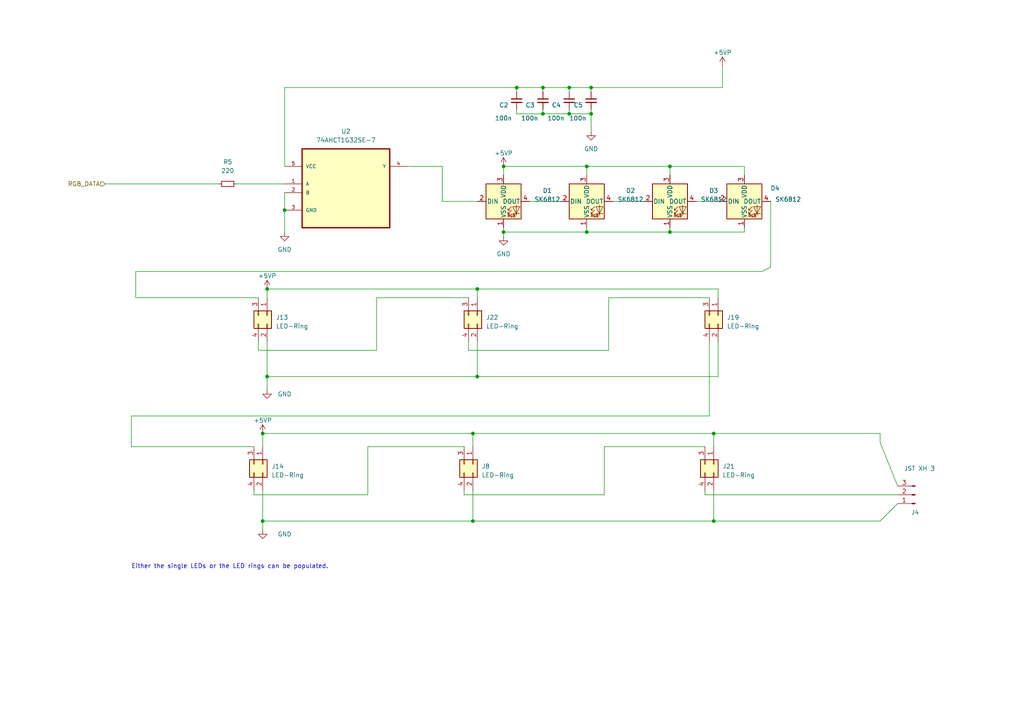
<source format=kicad_sch>
(kicad_sch (version 20230121) (generator eeschema)
  (paper "A4")
  (title_block (title "Open Pedalboard") (date "2023-10-20") (rev "3.0.2-RC") (comment 1 "Source Code: https://github.com/pedalboard/pedalboard-hw") (comment 2 "License: CERN Open Hardware Licence Version 2 - Permissive"))
  (lib_symbols
    (symbol "74AHCT1G32SE-7:74AHCT1G32SE-7" (pin_names (offset 1.016))
      (property "Reference" "U2" (at 0 12.7 0))
      (property "Value" "74AHCT1G32SE-7" (at 0 10.16 0))
      (symbol "74AHCT1G32SE-7_0_0"
        (rectangle (start -12.7 -15.24) (end 12.7 7.62) (stroke (width 0.4064)) (fill (type background)))
        (pin input line (at -17.78 -2.54 0) (length 5.08) (name "A") (number "1"))
        (pin input line (at -17.78 -5.08 0) (length 5.08) (name "B") (number "2"))
        (pin passive line (at -17.78 -10.16 0) (length 5.08) (name "GND") (number "3"))
        (pin output line (at 17.78 2.54 180) (length 5.08) (name "Y") (number "4"))
        (pin power_in line (at -17.78 2.54 0) (length 5.08) (name "VCC") (number "5"))
      )
    )
    (symbol "Connector:Conn_01x03_Pin" (pin_names (offset 1.016) hide)
      (property "Reference" "J" (at 0 5.08 0))
      (property "Value" "Conn_01x03_Pin" (at 0 -5.08 0))
      (symbol "Conn_01x03_Pin_1_1"
        (polyline (pts (xy 1.27 -2.54) (xy 0.8636 -2.54)) (stroke (width 0.1524)))
        (polyline (pts (xy 1.27 0) (xy 0.8636 0)) (stroke (width 0.1524)))
        (polyline (pts (xy 1.27 2.54) (xy 0.8636 2.54)) (stroke (width 0.1524)))
        (rectangle (start 0.8636 -2.413) (end 0 -2.667) (stroke (width 0.1524)) (fill (type outline)))
        (rectangle (start 0.8636 0.127) (end 0 -0.127) (stroke (width 0.1524)) (fill (type outline)))
        (rectangle (start 0.8636 2.667) (end 0 2.413) (stroke (width 0.1524)) (fill (type outline)))
        (pin passive line (at 5.08 2.54 180) (length 3.81) (name "Pin_1") (number "1"))
        (pin passive line (at 5.08 0 180) (length 3.81) (name "Pin_2") (number "2"))
        (pin passive line (at 5.08 -2.54 180) (length 3.81) (name "Pin_3") (number "3"))
      )
    )
    (symbol "Connector_Generic:Conn_02x02_Odd_Even" (pin_names (offset 1.016) hide)
      (property "Reference" "J" (at 1.27 2.54 0))
      (property "Value" "Conn_02x02_Odd_Even" (at 1.27 -5.08 0))
      (symbol "Conn_02x02_Odd_Even_1_1"
        (rectangle (start -1.27 -2.413) (end 0 -2.667) (stroke (width 0.1524)))
        (rectangle (start -1.27 0.127) (end 0 -0.127) (stroke (width 0.1524)))
        (rectangle (start -1.27 1.27) (end 3.81 -3.81) (stroke (width 0.254)) (fill (type background)))
        (rectangle (start 3.81 -2.413) (end 2.54 -2.667) (stroke (width 0.1524)))
        (rectangle (start 3.81 0.127) (end 2.54 -0.127) (stroke (width 0.1524)))
        (pin passive line (at -5.08 0 0) (length 3.81) (name "Pin_1") (number "1"))
        (pin passive line (at 7.62 0 180) (length 3.81) (name "Pin_2") (number "2"))
        (pin passive line (at -5.08 -2.54 0) (length 3.81) (name "Pin_3") (number "3"))
        (pin passive line (at 7.62 -2.54 180) (length 3.81) (name "Pin_4") (number "4"))
      )
    )
    (symbol "Device:C_Small" (pin_numbers hide) (pin_names (offset 0.254) hide)
      (property "Reference" "C" (at 0.254 1.778 0))
      (property "Value" "C_Small" (at 0.254 -2.032 0))
      (symbol "C_Small_0_1"
        (polyline (pts (xy -1.524 -0.508) (xy 1.524 -0.508)) (stroke (width 0.3302)))
        (polyline (pts (xy -1.524 0.508) (xy 1.524 0.508)) (stroke (width 0.3048)))
      )
      (symbol "C_Small_1_1"
        (pin passive line (at 0 2.54 270) (length 2.032) (name "~") (number "1"))
        (pin passive line (at 0 -2.54 90) (length 2.032) (name "~") (number "2"))
      )
    )
    (symbol "Device:R_Small" (pin_numbers hide) (pin_names (offset 0.254) hide)
      (property "Reference" "R" (at 0.762 0.508 0))
      (property "Value" "R_Small" (at 0.762 -1.016 0))
      (symbol "R_Small_0_1"
        (rectangle (start -0.762 1.778) (end 0.762 -1.778) (stroke (width 0.2032)))
      )
      (symbol "R_Small_1_1"
        (pin passive line (at 0 2.54 270) (length 0.762) (name "~") (number "1"))
        (pin passive line (at 0 -2.54 90) (length 0.762) (name "~") (number "2"))
      )
    )
    (symbol "LED:SK6812" (pin_names (offset 0.254))
      (property "Reference" "D" (at 5.08 5.715 0))
      (property "Value" "SK6812" (at 1.27 -5.715 0))
      (symbol "SK6812_0_0"
        (text "RGB" (at 2.286 -4.191 0) (effects (font (size 0.762 0.762))))
      )
      (symbol "SK6812_0_1"
        (polyline (pts (xy 1.27 -3.556) (xy 1.778 -3.556)))
        (polyline (pts (xy 1.27 -2.54) (xy 1.778 -2.54)))
        (polyline (pts (xy 4.699 -3.556) (xy 2.667 -3.556)))
        (polyline (pts (xy 2.286 -2.54) (xy 1.27 -3.556) (xy 1.27 -3.048)))
        (polyline (pts (xy 2.286 -1.524) (xy 1.27 -2.54) (xy 1.27 -2.032)))
        (polyline (pts (xy 3.683 -1.016) (xy 3.683 -3.556) (xy 3.683 -4.064)))
        (polyline (pts (xy 4.699 -1.524) (xy 2.667 -1.524) (xy 3.683 -3.556) (xy 4.699 -1.524)))
        (rectangle (start 5.08 5.08) (end -5.08 -5.08) (stroke (width 0.254)) (fill (type background)))
      )
      (symbol "SK6812_1_1"
        (pin power_in line (at 0 -7.62 90) (length 2.54) (name "VSS") (number "1"))
        (pin input line (at -7.62 0 0) (length 2.54) (name "DIN") (number "2"))
        (pin power_in line (at 0 7.62 270) (length 2.54) (name "VDD") (number "3"))
        (pin output line (at 7.62 0 180) (length 2.54) (name "DOUT") (number "4"))
      )
    )
    (symbol "power:+5VP" (power) (pin_names (offset 0))
      (property "Value" "+5VP" (at 0 3.556 0))
      (symbol "+5VP_0_1"
        (polyline (pts (xy -0.762 1.27) (xy 0 2.54)))
        (polyline (pts (xy 0 0) (xy 0 2.54)))
        (polyline (pts (xy 0 2.54) (xy 0.762 1.27)))
      )
      (symbol "+5VP_1_1"
        (pin power_in line (at 0 0 90) (length 0) hide (name "+5VP") (number "1"))
      )
    )
    (symbol "power:GND" (power) (pin_names (offset 0))
      (property "Value" "GND" (at 0 -3.81 0))
      (symbol "GND_0_1"
        (polyline (pts (xy 0 0) (xy 0 -1.27) (xy 1.27 -1.27) (xy 0 -2.54) (xy -1.27 -1.27) (xy 0 -1.27)))
      )
      (symbol "GND_1_1"
        (pin power_in line (at 0 0 270) (length 0) hide (name "GND") (number "1"))
      )
    )
  )
  (junction (at 171.45 25.4))
  (junction (at 170.18 48.26))
  (junction (at 170.18 67.31))
  (junction (at 149.86 25.4))
  (junction (at 138.43 83.82))
  (junction (at 157.48 25.4))
  (junction (at 157.48 33.02))
  (junction (at 207.01 125.73))
  (junction (at 76.2 151.13))
  (junction (at 137.16 151.13))
  (junction (at 77.47 83.82))
  (junction (at 138.43 109.22))
  (junction (at 146.05 67.31))
  (junction (at 146.05 48.26))
  (junction (at 194.31 48.26))
  (junction (at 77.47 109.22))
  (junction (at 76.2 125.73))
  (junction (at 171.45 33.02))
  (junction (at 137.16 125.73))
  (junction (at 194.31 67.31))
  (junction (at 82.55 60.96))
  (junction (at 165.1 25.4))
  (junction (at 207.01 151.13))
  (junction (at 165.1 33.02))
  (wire (pts (xy 137.16 151.13) (xy 207.01 151.13)))
  (wire (pts (xy 146.05 67.31) (xy 170.18 67.31)))
  (wire (pts (xy 77.47 99.06) (xy 77.47 109.22)))
  (wire (pts (xy 82.55 55.88) (xy 82.55 60.96)))
  (wire (pts (xy 138.43 99.06) (xy 138.43 109.22)))
  (wire (pts (xy 165.1 25.4) (xy 171.45 25.4)))
  (wire (pts (xy 255.27 151.13) (xy 260.35 146.05)))
  (wire (pts (xy 82.55 60.96) (xy 82.55 67.31)))
  (wire (pts (xy 38.1 129.54) (xy 73.66 129.54)))
  (wire (pts (xy 205.74 99.06) (xy 205.74 120.65)))
  (wire (pts (xy 165.1 33.02) (xy 171.45 33.02)))
  (wire (pts (xy 171.45 33.02) (xy 171.45 38.1)))
  (wire (pts (xy 146.05 67.31) (xy 146.05 66.04)))
  (wire (pts (xy 134.62 143.51) (xy 175.26 143.51)))
  (wire (pts (xy 77.47 86.36) (xy 77.47 83.82)))
  (wire (pts (xy 82.55 25.4) (xy 149.86 25.4)))
  (wire (pts (xy 77.47 109.22) (xy 138.43 109.22)))
  (wire (pts (xy 146.05 48.26) (xy 170.18 48.26)))
  (wire (pts (xy 118.11 48.26) (xy 128.27 48.26)))
  (wire (pts (xy 194.31 48.26) (xy 194.31 50.8)))
  (wire (pts (xy 177.8 58.42) (xy 186.69 58.42)))
  (wire (pts (xy 201.93 58.42) (xy 208.28 58.42)))
  (wire (pts (xy 204.47 143.51) (xy 260.35 143.51)))
  (wire (pts (xy 137.16 125.73) (xy 207.01 125.73)))
  (wire (pts (xy 215.9 67.31) (xy 215.9 66.04)))
  (wire (pts (xy 165.1 25.4) (xy 165.1 26.67)))
  (wire (pts (xy 149.86 25.4) (xy 157.48 25.4)))
  (wire (pts (xy 157.48 25.4) (xy 157.48 26.67)))
  (wire (pts (xy 165.1 31.75) (xy 165.1 33.02)))
  (wire (pts (xy 255.27 128.27) (xy 260.35 140.97)))
  (wire (pts (xy 194.31 67.31) (xy 215.9 67.31)))
  (wire (pts (xy 128.27 58.42) (xy 138.43 58.42)))
  (wire (pts (xy 76.2 153.67) (xy 76.2 151.13)))
  (wire (pts (xy 170.18 48.26) (xy 170.18 50.8)))
  (wire (pts (xy 171.45 31.75) (xy 171.45 33.02)))
  (wire (pts (xy 171.45 25.4) (xy 209.55 25.4)))
  (wire (pts (xy 146.05 67.31) (xy 146.05 68.58)))
  (wire (pts (xy 77.47 83.82) (xy 138.43 83.82)))
  (wire (pts (xy 77.47 113.03) (xy 77.47 109.22)))
  (wire (pts (xy 82.55 48.26) (xy 82.55 25.4)))
  (wire (pts (xy 74.93 101.6) (xy 109.22 101.6)))
  (wire (pts (xy 74.93 99.06) (xy 74.93 101.6)))
  (wire (pts (xy 255.27 128.27) (xy 255.27 125.73)))
  (wire (pts (xy 157.48 25.4) (xy 165.1 25.4)))
  (wire (pts (xy 68.58 53.34) (xy 82.55 53.34)))
  (wire (pts (xy 137.16 142.24) (xy 137.16 151.13)))
  (wire (pts (xy 208.28 99.06) (xy 208.28 109.22)))
  (wire (pts (xy 106.68 129.54) (xy 106.68 143.51)))
  (wire (pts (xy 76.2 142.24) (xy 76.2 151.13)))
  (wire (pts (xy 76.2 125.73) (xy 76.2 129.54)))
  (wire (pts (xy 134.62 129.54) (xy 106.68 129.54)))
  (wire (pts (xy 223.52 77.47) (xy 220.98 78.74)))
  (wire (pts (xy 149.86 25.4) (xy 149.86 26.67)))
  (wire (pts (xy 30.48 53.34) (xy 63.5 53.34)))
  (wire (pts (xy 170.18 67.31) (xy 170.18 66.04)))
  (wire (pts (xy 171.45 25.4) (xy 171.45 26.67)))
  (wire (pts (xy 137.16 125.73) (xy 137.16 129.54)))
  (wire (pts (xy 204.47 129.54) (xy 175.26 129.54)))
  (wire (pts (xy 73.66 142.24) (xy 73.66 143.51)))
  (wire (pts (xy 138.43 86.36) (xy 138.43 83.82)))
  (wire (pts (xy 39.37 78.74) (xy 220.98 78.74)))
  (wire (pts (xy 204.47 142.24) (xy 204.47 143.51)))
  (wire (pts (xy 215.9 48.26) (xy 215.9 50.8)))
  (wire (pts (xy 39.37 86.36) (xy 74.93 86.36)))
  (wire (pts (xy 208.28 83.82) (xy 208.28 86.36)))
  (wire (pts (xy 175.26 129.54) (xy 175.26 143.51)))
  (wire (pts (xy 157.48 33.02) (xy 165.1 33.02)))
  (wire (pts (xy 128.27 48.26) (xy 128.27 58.42)))
  (wire (pts (xy 38.1 120.65) (xy 38.1 129.54)))
  (wire (pts (xy 207.01 142.24) (xy 207.01 151.13)))
  (wire (pts (xy 207.01 125.73) (xy 207.01 129.54)))
  (wire (pts (xy 207.01 125.73) (xy 255.27 125.73)))
  (wire (pts (xy 207.01 151.13) (xy 255.27 151.13)))
  (wire (pts (xy 134.62 142.24) (xy 134.62 143.51)))
  (wire (pts (xy 176.53 86.36) (xy 176.53 101.6)))
  (wire (pts (xy 149.86 31.75) (xy 149.86 33.02)))
  (wire (pts (xy 157.48 31.75) (xy 157.48 33.02)))
  (wire (pts (xy 170.18 48.26) (xy 194.31 48.26)))
  (wire (pts (xy 73.66 143.51) (xy 106.68 143.51)))
  (wire (pts (xy 138.43 109.22) (xy 208.28 109.22)))
  (wire (pts (xy 38.1 120.65) (xy 205.74 120.65)))
  (wire (pts (xy 170.18 67.31) (xy 194.31 67.31)))
  (wire (pts (xy 146.05 48.26) (xy 146.05 50.8)))
  (wire (pts (xy 76.2 125.73) (xy 137.16 125.73)))
  (wire (pts (xy 205.74 86.36) (xy 176.53 86.36)))
  (wire (pts (xy 39.37 78.74) (xy 39.37 86.36)))
  (wire (pts (xy 135.89 86.36) (xy 109.22 86.36)))
  (wire (pts (xy 149.86 33.02) (xy 157.48 33.02)))
  (wire (pts (xy 135.89 101.6) (xy 176.53 101.6)))
  (wire (pts (xy 223.52 58.42) (xy 223.52 77.47)))
  (wire (pts (xy 135.89 99.06) (xy 135.89 101.6)))
  (wire (pts (xy 138.43 83.82) (xy 208.28 83.82)))
  (wire (pts (xy 153.67 58.42) (xy 162.56 58.42)))
  (wire (pts (xy 209.55 19.05) (xy 209.55 25.4)))
  (wire (pts (xy 194.31 67.31) (xy 194.31 66.04)))
  (wire (pts (xy 76.2 151.13) (xy 137.16 151.13)))
  (wire (pts (xy 109.22 86.36) (xy 109.22 101.6)))
  (wire (pts (xy 194.31 48.26) (xy 215.9 48.26)))
  (text "Either the single LEDs or the LED rings can be populated. " (at 38.1 165.1 0) (effects (font (size 1.27 1.27)) (justify left bottom)))
  (hierarchical_label "RGB_DATA" (shape input) (at 30.48 53.34 180))
  (symbol (lib_id "power:+5VP") (at 77.47 83.82 0) (unit 1)
    (property "Reference" "#PWR05" (effects hide))
    (property "Value" "+5VP" (at 77.47 80.01 0))
  )
  (symbol (lib_id "LED:SK6812") (at 170.18 58.42 0) (unit 1)
    (property "Reference" "D2" (at 182.88 55.2959 0))
    (property "Value" "SK6812" (at 182.88 57.8359 0))
    (property "Footprint" "LED_SMD:LED_SK6812_PLCC4_5.0x5.0mm_P3.2mm" (effects hide))
    (property "Datasheet" "https://cdn-shop.adafruit.com/product-files/1138/SK6812+LED+datasheet+.pdf" (effects hide))
    (property "Supplier" "https://www.digikey.ch/de/products/detail/adafruit-industries-llc/1655/5154679" (effects hide))
    (instances (project "pedalboard-hw" (path "" (reference "D2") (unit 1)) (path "" (reference "D3") (unit 1))))
  )
  (symbol (lib_id "power:GND") (at 171.45 38.1 0) (unit 1)
    (property "Reference" "#PWR027" (effects hide))
    (property "Value" "GND" (at 171.45 43.18 0))
  )
  (symbol (lib_id "Connector_Generic:Conn_02x02_Odd_Even") (at 77.47 91.44 270) (unit 1)
    (property "Reference" "J13" (at 80.01 92.075 90) (effects (justify left)))
    (property "Value" "LED-Ring" (at 80.01 94.615 90) (effects (justify left)))
    (property "Footprint" "Pedalboard Library:Led-Ring" (effects hide))
  )
  (symbol (lib_id "power:GND") (at 77.47 113.03 0) (unit 1)
    (property "Reference" "#PWR05" (effects hide))
    (property "Value" "GND" (at 82.55 114.3 0))
    (instances (project "pedalboard-hw" (path "" (reference "#PWR05") (unit 1)) (path "" (reference "#PWR06") (unit 1)) (path "" (reference "#PWR06") (unit 1))))
  )
  (symbol (lib_id "power:+5VP") (at 209.55 19.05 0) (unit 1)
    (property "Reference" "#PWR02" (effects hide))
    (property "Value" "+5VP" (at 209.55 15.24 0))
  )
  (symbol (lib_id "power:+5VP") (at 76.2 125.73 0) (unit 1)
    (property "Reference" "#PWR026" (effects hide))
    (property "Value" "+5VP" (at 76.2 121.92 0))
  )
  (symbol (lib_id "LED:SK6812") (at 194.31 58.42 0) (unit 1)
    (property "Reference" "D3" (at 207.01 55.2959 0))
    (property "Value" "SK6812" (at 207.01 57.8359 0))
    (property "Footprint" "LED_SMD:LED_SK6812_PLCC4_5.0x5.0mm_P3.2mm" (effects hide))
    (property "Datasheet" "https://cdn-shop.adafruit.com/product-files/1138/SK6812+LED+datasheet+.pdf" (effects hide))
    (property "Supplier" "https://www.digikey.ch/de/products/detail/adafruit-industries-llc/1655/5154679" (effects hide))
    (instances (project "pedalboard-hw" (path "" (reference "D3") (unit 1)) (path "" (reference "D4") (unit 1))))
  )
  (symbol (lib_id "Connector_Generic:Conn_02x02_Odd_Even") (at 138.43 91.44 270) (unit 1)
    (property "Reference" "J22" (at 140.97 92.075 90) (effects (justify left)))
    (property "Value" "LED-Ring" (at 140.97 94.615 90) (effects (justify left)))
    (property "Footprint" "Pedalboard Library:Led-Ring" (effects hide))
  )
  (symbol (lib_id "Device:C_Small") (at 157.48 29.21 0) (unit 1)
    (property "Reference" "C3" (at 152.4 30.48 0) (effects (justify left)))
    (property "Value" "100n" (at 151.13 34.29 0) (effects (justify left)))
    (property "Footprint" "Capacitor_SMD:C_0805_2012Metric" (effects hide))
    (property "Datasheet" "https://www.samsungsem.com/resources/file/global/support/product_catalog/MLCC.pdf" (effects hide))
    (property "Supplier" "https://www.digikey.ch/de/products/detail/samsung-electro-mechanics/CL21B104KBCNNNC/3886661" (effects hide))
    (property "Digikey" "1276-1180-1-ND" (effects hide))
    (property "Mouser" "581-08055C104K" (effects hide))
    (property "Notes" "50V/10%" (effects hide))
    (instances (project "pedalboard-hw" (path "" (reference "C3") (unit 1)) (path "" (reference "C6") (unit 1))))
  )
  (symbol (lib_id "LED:SK6812") (at 146.05 58.42 0) (unit 1)
    (property "Reference" "D1" (at 158.75 55.2959 0))
    (property "Value" "SK6812" (at 158.75 57.8359 0))
    (property "Footprint" "LED_SMD:LED_SK6812_PLCC4_5.0x5.0mm_P3.2mm" (effects hide))
    (property "Datasheet" "https://cdn-shop.adafruit.com/product-files/1138/SK6812+LED+datasheet+.pdf" (effects hide))
    (property "Supplier" "https://www.digikey.ch/de/products/detail/adafruit-industries-llc/1655/5154679" (effects hide))
    (instances (project "pedalboard-hw" (path "" (reference "D1") (unit 1)) (path "" (reference "D2") (unit 1))))
  )
  (symbol (lib_id "Connector:Conn_01x03_Pin") (at 265.43 143.51 180) (unit 1)
    (property "Reference" "J4" (at 265.43 148.59 0))
    (property "Value" "JST XH 3" (at 266.7 135.89 0))
    (property "Footprint" "Connector_JST:JST_XH_B3B-XH-A_1x03_P2.50mm_Vertical" (effects hide))
    (property "Datasheet" "https://app.adam-tech.com/products/download/data_sheet/240508/25sh-b-xx-ts-data-sheet.pdf" (effects hide))
    (property "Supplier" "https://www.digikey.ch/de/products/detail/adam-tech/25SH-B-03-TS/9830417" (effects hide))
    (property "Notes" "RGB_LED_EXT" (effects hide))
    (instances (project "pedalboard-hw" (path "" (reference "J4") (unit 1)) (path "" (reference "J26") (unit 1))))
  )
  (symbol (lib_id "power:GND") (at 82.55 67.31 0) (unit 1)
    (property "Reference" "#PWR06" (effects hide))
    (property "Value" "GND" (at 82.55 72.39 0))
    (instances (project "pedalboard-hw" (path "" (reference "#PWR06") (unit 1)) (path "" (reference "#PWR04") (unit 1)) (path "" (reference "#PWR035") (unit 1))))
  )
  (symbol (lib_id "LED:SK6812") (at 215.9 58.42 0) (unit 1)
    (property "Reference" "D4" (at 224.79 54.61 0))
    (property "Value" "SK6812" (at 228.6 57.8359 0))
    (property "Footprint" "LED_SMD:LED_SK6812_PLCC4_5.0x5.0mm_P3.2mm" (effects hide))
    (property "Datasheet" "https://cdn-shop.adafruit.com/product-files/1138/SK6812+LED+datasheet+.pdf" (effects hide))
    (property "Supplier" "https://www.digikey.ch/de/products/detail/adafruit-industries-llc/1655/5154679" (effects hide))
    (instances (project "pedalboard-hw" (path "" (reference "D4") (unit 1)) (path "" (reference "D7") (unit 1))))
  )
  (symbol (lib_id "Connector_Generic:Conn_02x02_Odd_Even") (at 76.2 134.62 270) (unit 1)
    (property "Reference" "J14" (at 78.74 135.255 90) (effects (justify left)))
    (property "Value" "LED-Ring" (at 78.74 137.795 90) (effects (justify left)))
    (property "Footprint" "Pedalboard Library:Led-Ring" (effects hide))
  )
  (symbol (lib_id "Device:C_Small") (at 165.1 29.21 0) (unit 1)
    (property "Reference" "C4" (at 160.02 30.48 0) (effects (justify left)))
    (property "Value" "100n" (at 158.75 34.29 0) (effects (justify left)))
    (property "Footprint" "Capacitor_SMD:C_0805_2012Metric" (effects hide))
    (property "Datasheet" "https://www.samsungsem.com/resources/file/global/support/product_catalog/MLCC.pdf" (effects hide))
    (property "Supplier" "https://www.digikey.ch/de/products/detail/samsung-electro-mechanics/CL21B104KBCNNNC/3886661" (effects hide))
    (property "Digikey" "1276-1180-1-ND" (effects hide))
    (property "Mouser" "581-08055C104K" (effects hide))
    (property "Notes" "50V/10%" (effects hide))
    (instances (project "pedalboard-hw" (path "" (reference "C4") (unit 1)) (path "" (reference "C21") (unit 1))))
  )
  (symbol (lib_id "Device:R_Small") (at 66.04 53.34 90) (unit 1)
    (property "Reference" "R5" (at 66.04 46.99 90))
    (property "Value" "220" (at 66.04 49.53 90))
    (property "Footprint" "Resistor_SMD:R_0805_2012Metric" (effects hide))
    (property "Datasheet" "https://www.seielect.com/catalog/sei-rmcf_rmcp.pdf" (effects hide))
    (property "Supplier" "https://www.digikey.ch/de/products/detail/stackpole-electronics-inc/RMCF0805FT220R/1760238" (effects hide))
    (instances (project "pedalboard-hw" (path "" (reference "R5") (unit 1)) (path "" (reference "R6") (unit 1))))
  )
  (symbol (lib_id "power:GND") (at 146.05 68.58 0) (unit 1)
    (property "Reference" "#PWR06" (effects hide))
    (property "Value" "GND" (at 146.05 73.66 0))
    (instances (project "pedalboard-hw" (path "" (reference "#PWR06") (unit 1)) (path "" (reference "#PWR04") (unit 1)) (path "" (reference "#PWR04") (unit 1))))
  )
  (symbol (lib_id "power:+5VP") (at 146.05 48.26 0) (unit 1)
    (property "Reference" "#PWR03" (effects hide))
    (property "Value" "+5VP" (at 146.05 44.45 0))
  )
  (symbol (lib_id "Connector_Generic:Conn_02x02_Odd_Even") (at 137.16 134.62 270) (unit 1)
    (property "Reference" "J8" (at 139.7 135.255 90) (effects (justify left)))
    (property "Value" "LED-Ring" (at 139.7 137.795 90) (effects (justify left)))
    (property "Footprint" "Pedalboard Library:Led-Ring" (effects hide))
  )
  (symbol (lib_id "power:GND") (at 76.2 153.67 0) (mirror y) (unit 1)
    (property "Reference" "#PWR04" (effects hide))
    (property "Value" "GND" (at 82.55 154.94 0))
    (instances (project "pedalboard-hw" (path "" (reference "#PWR04") (unit 1)) (path "" (reference "#PWR02") (unit 1)) (path "" (reference "#PWR01") (unit 1))))
  )
  (symbol (lib_id "Device:C_Small") (at 171.45 29.21 0) (unit 1)
    (property "Reference" "C5" (at 166.37 30.48 0) (effects (justify left)))
    (property "Value" "100n" (at 165.1 34.29 0) (effects (justify left)))
    (property "Footprint" "Capacitor_SMD:C_0805_2012Metric" (effects hide))
    (property "Datasheet" "https://www.samsungsem.com/resources/file/global/support/product_catalog/MLCC.pdf" (effects hide))
    (property "Supplier" "https://www.digikey.ch/de/products/detail/samsung-electro-mechanics/CL21B104KBCNNNC/3886661" (effects hide))
    (property "Digikey" "1276-1180-1-ND" (effects hide))
    (property "Mouser" "581-08055C104K" (effects hide))
    (property "Notes" "50V/10%" (effects hide))
    (instances (project "pedalboard-hw" (path "" (reference "C5") (unit 1)) (path "" (reference "C22") (unit 1))))
  )
  (symbol (lib_id "Connector_Generic:Conn_02x02_Odd_Even") (at 207.01 134.62 270) (unit 1)
    (property "Reference" "J21" (at 209.55 135.255 90) (effects (justify left)))
    (property "Value" "LED-Ring" (at 209.55 137.795 90) (effects (justify left)))
    (property "Footprint" "Pedalboard Library:Led-Ring" (effects hide))
  )
  (symbol (lib_id "74AHCT1G32SE-7:74AHCT1G32SE-7") (at 100.33 50.8 0) (unit 1)
    (property "Reference" "U2" (at 100.33 38.1 0))
    (property "Value" "74AHCT1G32SE-7" (at 100.33 40.64 0))
    (property "Footprint" "Package_TO_SOT_SMD:SOT-353_SC-70-5" (effects hide))
    (property "Datasheet" "https://www.diodes.com/assets/Datasheets/74AHCT1G32.pdf" (effects hide))
    (property "Supplier" "https://www.digikey.ch/de/products/detail/diodes-incorporated/74AHCT1G32SE-7/2711987" (effects hide))
  )
  (symbol (lib_id "Connector_Generic:Conn_02x02_Odd_Even") (at 208.28 91.44 270) (unit 1)
    (property "Reference" "J19" (at 210.82 92.075 90) (effects (justify left)))
    (property "Value" "LED-Ring" (at 210.82 94.615 90) (effects (justify left)))
    (property "Footprint" "Pedalboard Library:Led-Ring" (effects hide))
  )
  (symbol (lib_id "Device:C_Small") (at 149.86 29.21 0) (unit 1)
    (property "Reference" "C2" (at 144.78 30.48 0) (effects (justify left)))
    (property "Value" "100n" (at 143.51 34.29 0) (effects (justify left)))
    (property "Footprint" "Capacitor_SMD:C_0805_2012Metric" (effects hide))
    (property "Datasheet" "https://www.samsungsem.com/resources/file/global/support/product_catalog/MLCC.pdf" (effects hide))
    (property "Supplier" "https://www.digikey.ch/de/products/detail/samsung-electro-mechanics/CL21B104KBCNNNC/3886661" (effects hide))
    (property "Digikey" "1276-1180-1-ND" (effects hide))
    (property "Mouser" "581-08055C104K" (effects hide))
    (property "Notes" "50V/10%" (effects hide))
    (instances (project "pedalboard-hw" (path "" (reference "C2") (unit 1)) (path "" (reference "C5") (unit 1))))
  )
)
</source>
